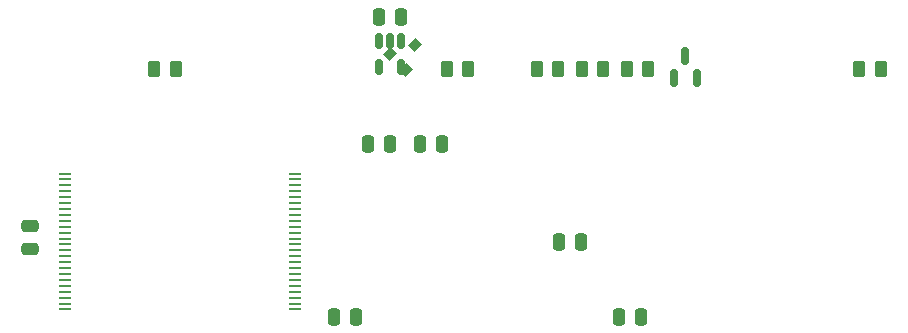
<source format=gtp>
G04 #@! TF.GenerationSoftware,KiCad,Pcbnew,6.0.8-f2edbf62ab~116~ubuntu22.04.1*
G04 #@! TF.CreationDate,2022-10-12T20:13:52+02:00*
G04 #@! TF.ProjectId,a500-ide-ram,61353030-2d69-4646-952d-72616d2e6b69,0.2*
G04 #@! TF.SameCoordinates,Original*
G04 #@! TF.FileFunction,Paste,Top*
G04 #@! TF.FilePolarity,Positive*
%FSLAX46Y46*%
G04 Gerber Fmt 4.6, Leading zero omitted, Abs format (unit mm)*
G04 Created by KiCad (PCBNEW 6.0.8-f2edbf62ab~116~ubuntu22.04.1) date 2022-10-12 20:13:52*
%MOMM*%
%LPD*%
G01*
G04 APERTURE LIST*
G04 Aperture macros list*
%AMRoundRect*
0 Rectangle with rounded corners*
0 $1 Rounding radius*
0 $2 $3 $4 $5 $6 $7 $8 $9 X,Y pos of 4 corners*
0 Add a 4 corners polygon primitive as box body*
4,1,4,$2,$3,$4,$5,$6,$7,$8,$9,$2,$3,0*
0 Add four circle primitives for the rounded corners*
1,1,$1+$1,$2,$3*
1,1,$1+$1,$4,$5*
1,1,$1+$1,$6,$7*
1,1,$1+$1,$8,$9*
0 Add four rect primitives between the rounded corners*
20,1,$1+$1,$2,$3,$4,$5,0*
20,1,$1+$1,$4,$5,$6,$7,0*
20,1,$1+$1,$6,$7,$8,$9,0*
20,1,$1+$1,$8,$9,$2,$3,0*%
%AMRotRect*
0 Rectangle, with rotation*
0 The origin of the aperture is its center*
0 $1 length*
0 $2 width*
0 $3 Rotation angle, in degrees counterclockwise*
0 Add horizontal line*
21,1,$1,$2,0,0,$3*%
G04 Aperture macros list end*
%ADD10RoundRect,0.250000X-0.250000X-0.475000X0.250000X-0.475000X0.250000X0.475000X-0.250000X0.475000X0*%
%ADD11RoundRect,0.250000X0.250000X0.475000X-0.250000X0.475000X-0.250000X-0.475000X0.250000X-0.475000X0*%
%ADD12RoundRect,0.250000X0.475000X-0.250000X0.475000X0.250000X-0.475000X0.250000X-0.475000X-0.250000X0*%
%ADD13RoundRect,0.150000X0.150000X-0.587500X0.150000X0.587500X-0.150000X0.587500X-0.150000X-0.587500X0*%
%ADD14RoundRect,0.250000X0.262500X0.450000X-0.262500X0.450000X-0.262500X-0.450000X0.262500X-0.450000X0*%
%ADD15RoundRect,0.250000X-0.262500X-0.450000X0.262500X-0.450000X0.262500X0.450000X-0.262500X0.450000X0*%
%ADD16RoundRect,0.150000X-0.150000X0.512500X-0.150000X-0.512500X0.150000X-0.512500X0.150000X0.512500X0*%
%ADD17R,1.100000X0.250000*%
%ADD18RotRect,0.900000X0.800000X45.000000*%
G04 APERTURE END LIST*
D10*
X157165000Y-103525000D03*
X159065000Y-103525000D03*
D11*
X134935000Y-103525000D03*
X133035000Y-103525000D03*
D10*
X152085000Y-97175000D03*
X153985000Y-97175000D03*
D11*
X137807500Y-88920000D03*
X135907500Y-88920000D03*
D12*
X107315000Y-97802500D03*
X107315000Y-95902500D03*
D13*
X161835000Y-83317000D03*
X163735000Y-83317000D03*
X162785000Y-81442000D03*
D14*
X159662500Y-82550000D03*
X157837500Y-82550000D03*
D15*
X154027500Y-82550000D03*
X155852500Y-82550000D03*
X142597500Y-82550000D03*
X144422500Y-82550000D03*
D14*
X179347500Y-82550000D03*
X177522500Y-82550000D03*
X152042500Y-82550000D03*
X150217500Y-82550000D03*
D11*
X138745000Y-78125000D03*
X136845000Y-78125000D03*
D16*
X138745000Y-80162500D03*
X137795000Y-80162500D03*
X136845000Y-80162500D03*
X136845000Y-82437500D03*
X138745000Y-82437500D03*
D17*
X129765000Y-102925000D03*
X129765000Y-102425000D03*
X129765000Y-101925000D03*
X129765000Y-101425000D03*
X129765000Y-100925000D03*
X129765000Y-100425000D03*
X129765000Y-99925000D03*
X129765000Y-99425000D03*
X129765000Y-98925000D03*
X129765000Y-98425000D03*
X129765000Y-97925000D03*
X129765000Y-97425000D03*
X129765000Y-96925000D03*
X129765000Y-96425000D03*
X129765000Y-95925000D03*
X129765000Y-95425000D03*
X129765000Y-94925000D03*
X129765000Y-94425000D03*
X129765000Y-93925000D03*
X129765000Y-93425000D03*
X129765000Y-92925000D03*
X129765000Y-92425000D03*
X129765000Y-91925000D03*
X129765000Y-91425000D03*
X110265000Y-91425000D03*
X110265000Y-91925000D03*
X110265000Y-92425000D03*
X110265000Y-92925000D03*
X110265000Y-93425000D03*
X110265000Y-93925000D03*
X110265000Y-94425000D03*
X110265000Y-94925000D03*
X110265000Y-95425000D03*
X110265000Y-95925000D03*
X110265000Y-96425000D03*
X110265000Y-96925000D03*
X110265000Y-97425000D03*
X110265000Y-97925000D03*
X110265000Y-98425000D03*
X110265000Y-98925000D03*
X110265000Y-99425000D03*
X110265000Y-99925000D03*
X110265000Y-100425000D03*
X110265000Y-100925000D03*
X110265000Y-101425000D03*
X110265000Y-101925000D03*
X110265000Y-102425000D03*
X110265000Y-102925000D03*
D10*
X140322500Y-88920000D03*
X142222500Y-88920000D03*
D15*
X117832500Y-82550000D03*
X119657500Y-82550000D03*
D18*
X137775042Y-81322655D03*
X139118545Y-82666158D03*
X139861007Y-80580193D03*
M02*

</source>
